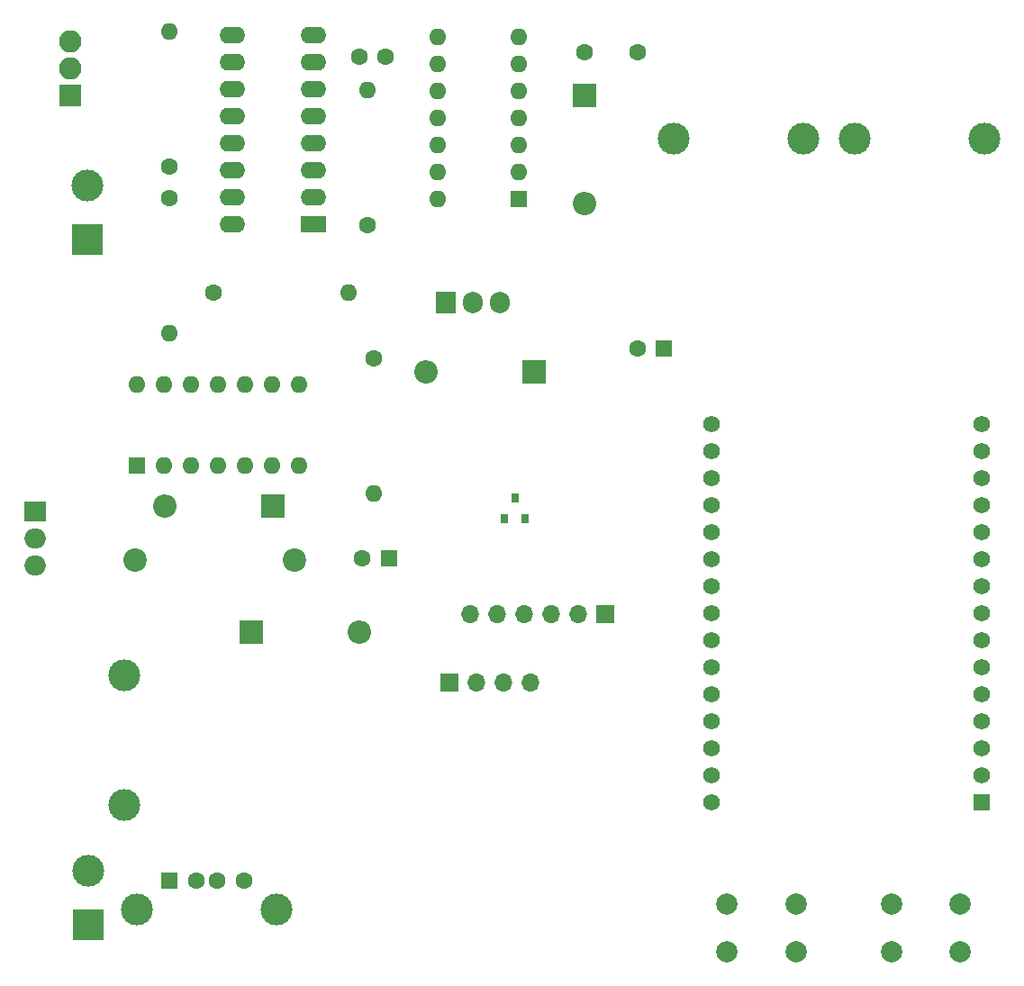
<source format=gbr>
%TF.GenerationSoftware,KiCad,Pcbnew,(5.1.10-1-10_14)*%
%TF.CreationDate,2022-02-05T17:42:02-05:00*%
%TF.ProjectId,Proyecto_ELPO_PV,50726f79-6563-4746-9f5f-454c504f5f50,rev?*%
%TF.SameCoordinates,Original*%
%TF.FileFunction,Soldermask,Bot*%
%TF.FilePolarity,Negative*%
%FSLAX46Y46*%
G04 Gerber Fmt 4.6, Leading zero omitted, Abs format (unit mm)*
G04 Created by KiCad (PCBNEW (5.1.10-1-10_14)) date 2022-02-05 17:42:02*
%MOMM*%
%LPD*%
G01*
G04 APERTURE LIST*
%ADD10R,2.100000X2.100000*%
%ADD11O,2.100000X2.100000*%
%ADD12C,3.000000*%
%ADD13R,3.000000X3.000000*%
%ADD14O,1.600000X1.600000*%
%ADD15R,1.600000X1.600000*%
%ADD16C,1.560000*%
%ADD17R,1.560000X1.560000*%
%ADD18R,1.700000X1.700000*%
%ADD19O,1.700000X1.700000*%
%ADD20C,2.000000*%
%ADD21R,1.600000X1.500000*%
%ADD22C,1.600000*%
%ADD23R,2.200000X2.200000*%
%ADD24O,2.200000X2.200000*%
%ADD25O,2.000000X1.905000*%
%ADD26R,2.000000X1.905000*%
%ADD27C,2.200000*%
%ADD28R,1.905000X2.000000*%
%ADD29O,1.905000X2.000000*%
%ADD30R,2.400000X1.600000*%
%ADD31O,2.400000X1.600000*%
%ADD32R,0.800000X0.900000*%
G04 APERTURE END LIST*
D10*
%TO.C,ON/OFF*%
X47447200Y-40728900D03*
D11*
X47447200Y-38188900D03*
X47447200Y-35648900D03*
%TD*%
D12*
%TO.C,OUTPUT*%
X49174400Y-113588800D03*
D13*
X49174400Y-118668800D03*
%TD*%
%TO.C,INPUT*%
X49034700Y-54241700D03*
D12*
X49034700Y-49161700D03*
%TD*%
D14*
%TO.C,U1*%
X82016600Y-50482500D03*
X89636600Y-35242500D03*
X82016600Y-47942500D03*
X89636600Y-37782500D03*
X82016600Y-45402500D03*
X89636600Y-40322500D03*
X82016600Y-42862500D03*
X89636600Y-42862500D03*
X82016600Y-40322500D03*
X89636600Y-45402500D03*
X82016600Y-37782500D03*
X89636600Y-47942500D03*
X82016600Y-35242500D03*
D15*
X89636600Y-50482500D03*
%TD*%
D16*
%TO.C,U4*%
X107772200Y-71576000D03*
X107772200Y-74116000D03*
X107772200Y-76656000D03*
X107772200Y-79196000D03*
X107772200Y-81736000D03*
X107772200Y-84276000D03*
X107772200Y-86816000D03*
X107772200Y-89356000D03*
X107772200Y-91896000D03*
X107772200Y-94436000D03*
X107772200Y-96976000D03*
X107772200Y-99516000D03*
X107772200Y-102056000D03*
X107772200Y-104596000D03*
X107772200Y-107136000D03*
X133172200Y-71576000D03*
X133172200Y-74116000D03*
X133172200Y-76656000D03*
X133172200Y-79196000D03*
X133172200Y-81736000D03*
X133172200Y-84276000D03*
X133172200Y-86816000D03*
X133172200Y-89356000D03*
X133172200Y-91896000D03*
X133172200Y-94436000D03*
X133172200Y-96976000D03*
X133172200Y-99516000D03*
X133172200Y-102056000D03*
X133172200Y-104596000D03*
D17*
X133172200Y-107136000D03*
%TD*%
D18*
%TO.C,oled1*%
X83134200Y-95910400D03*
D19*
X85674200Y-95910400D03*
X88214200Y-95910400D03*
X90754200Y-95910400D03*
%TD*%
D18*
%TO.C,sen1*%
X97726500Y-89496900D03*
D19*
X95186500Y-89496900D03*
X92646500Y-89496900D03*
X90106500Y-89496900D03*
X87566500Y-89496900D03*
X85026500Y-89496900D03*
%TD*%
D20*
%TO.C,down*%
X124637800Y-121238400D03*
X124637800Y-116738400D03*
X131137800Y-121238400D03*
X131137800Y-116738400D03*
%TD*%
%TO.C,up*%
X115656500Y-116738400D03*
X115656500Y-121238400D03*
X109156500Y-116738400D03*
X109156500Y-121238400D03*
%TD*%
D12*
%TO.C,OUT2*%
X53724400Y-117276700D03*
X66864400Y-117276700D03*
D21*
X56794400Y-114566700D03*
D22*
X59294400Y-114566700D03*
X61294400Y-114566700D03*
X63794400Y-114566700D03*
%TD*%
D15*
%TO.C,C2*%
X77393800Y-84213700D03*
D22*
X74893800Y-84213700D03*
%TD*%
D23*
%TO.C,D2*%
X64503300Y-91160600D03*
D24*
X74663300Y-91160600D03*
%TD*%
D12*
%TO.C,L2*%
X52539900Y-107450000D03*
X52539900Y-95250000D03*
%TD*%
D25*
%TO.C,Q2*%
X44145200Y-84886800D03*
X44145200Y-82346800D03*
D26*
X44145200Y-79806800D03*
%TD*%
D22*
%TO.C,R1*%
X75971400Y-65468500D03*
D14*
X75971400Y-78168500D03*
%TD*%
D15*
%TO.C,U2*%
X53708300Y-75488800D03*
D14*
X68948300Y-67868800D03*
X56248300Y-75488800D03*
X66408300Y-67868800D03*
X58788300Y-75488800D03*
X63868300Y-67868800D03*
X61328300Y-75488800D03*
X61328300Y-67868800D03*
X63868300Y-75488800D03*
X58788300Y-67868800D03*
X66408300Y-75488800D03*
X56248300Y-67868800D03*
X68948300Y-75488800D03*
X53708300Y-67868800D03*
%TD*%
D24*
%TO.C,DB2*%
X56349900Y-79311500D03*
D23*
X66509900Y-79311500D03*
%TD*%
D27*
%TO.C,CB2*%
X68567300Y-84442300D03*
X53567300Y-84442300D03*
%TD*%
D22*
%TO.C,Rd2*%
X60934600Y-59258200D03*
D14*
X73634600Y-59258200D03*
%TD*%
D28*
%TO.C,Q1*%
X82740500Y-60223400D03*
D29*
X85280500Y-60223400D03*
X87820500Y-60223400D03*
%TD*%
D24*
%TO.C,DB1*%
X95834200Y-50838100D03*
D23*
X95834200Y-40678100D03*
%TD*%
D22*
%TO.C,CB1*%
X95796100Y-36639500D03*
X100796100Y-36639500D03*
%TD*%
D24*
%TO.C,D1*%
X80899000Y-66738500D03*
D23*
X91059000Y-66738500D03*
%TD*%
D12*
%TO.C,L11*%
X104152700Y-44805600D03*
X116352700Y-44805600D03*
%TD*%
%TO.C,L12*%
X133370700Y-44818300D03*
X121170700Y-44818300D03*
%TD*%
D14*
%TO.C,R2*%
X56781700Y-34696400D03*
D22*
X56781700Y-47396400D03*
%TD*%
D30*
%TO.C,U3*%
X70307200Y-52793900D03*
D31*
X62687200Y-35013900D03*
X70307200Y-50253900D03*
X62687200Y-37553900D03*
X70307200Y-47713900D03*
X62687200Y-40093900D03*
X70307200Y-45173900D03*
X62687200Y-42633900D03*
X70307200Y-42633900D03*
X62687200Y-45173900D03*
X70307200Y-40093900D03*
X62687200Y-47713900D03*
X70307200Y-37553900D03*
X62687200Y-50253900D03*
X70307200Y-35013900D03*
X62687200Y-52793900D03*
%TD*%
D15*
%TO.C,C1*%
X103276400Y-64516000D03*
D22*
X100776400Y-64516000D03*
%TD*%
%TO.C,CT1*%
X77114400Y-37071300D03*
X74614400Y-37071300D03*
%TD*%
D32*
%TO.C,Q3*%
X90192900Y-80527400D03*
X88292900Y-80527400D03*
X89242900Y-78527400D03*
%TD*%
D22*
%TO.C,Rd1*%
X56781700Y-50406300D03*
D14*
X56781700Y-63106300D03*
%TD*%
%TO.C,RT1*%
X75399900Y-40195500D03*
D22*
X75399900Y-52895500D03*
%TD*%
M02*

</source>
